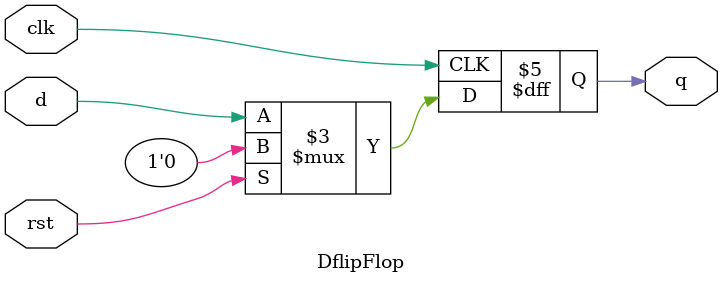
<source format=v>
module DflipFlop(output reg q, input rst, input clk, input d);  
    always @ (posedge clk)  
       if (rst)  
          q <= 0;  
       else  
          q <= d;  
endmodule  
</source>
